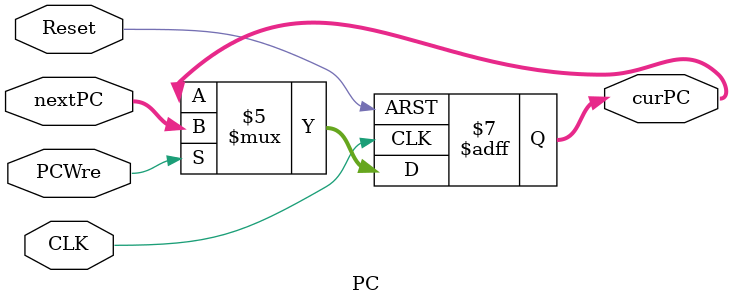
<source format=v>
`timescale 1ns / 1ps

module PC(
    input CLK,
    input Reset,
    input PCWre,
    input [31:0] nextPC,
    output reg [31:0] curPC
    );
    initial begin  
        curPC = 0;  
    end   
    always@(posedge CLK or negedge Reset) begin
        if(Reset==0) begin
        curPC = 0;
        end
        else if(PCWre) begin
        curPC = nextPC;
        end
    end
endmodule

</source>
